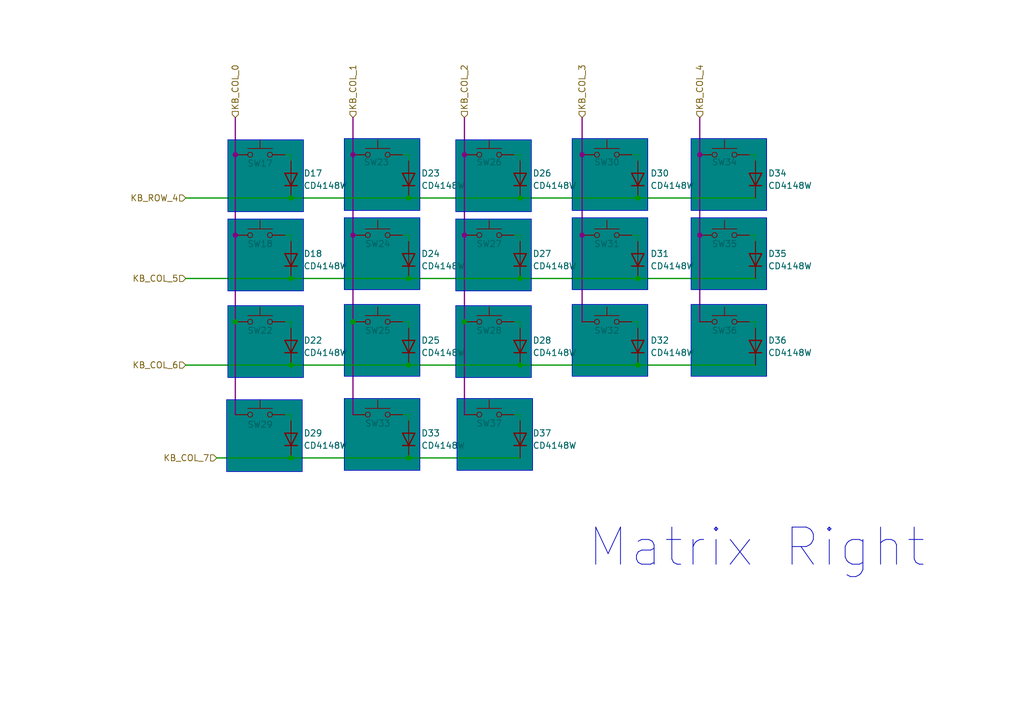
<source format=kicad_sch>
(kicad_sch (version 20231120) (generator "eeschema") (generator_version "8.0")
  (paper "A5")
  (title_block (title "Simple Keyboard") (date "2025-02-09") (rev "0") (company "Daniel Pérez (steewBSD)"))
  (lib_symbols
    (symbol "Diode:CD4148W" (pin_numbers hide) (pin_names hide)
      (property "Reference" "D" (at 0 2.54 0))
      (property "Value" "CD4148W" (at 0 -2.54 0))
      (symbol "CD4148W_0_1"
        (polyline (pts (xy -1.27 1.27) (xy -1.27 -1.27)) (stroke (width 0.254)))
        (polyline (pts (xy 1.27 0) (xy -1.27 0)))
        (polyline (pts (xy 1.27 1.27) (xy 1.27 -1.27) (xy -1.27 0) (xy 1.27 1.27)) (stroke (width 0.254)))
      )
      (symbol "CD4148W_1_1"
        (pin passive line (at -3.81 0 0) (length 2.54) (name "K") (number "1"))
        (pin passive line (at 3.81 0 180) (length 2.54) (name "A") (number "2"))
      )
    )
    (symbol "Switch:SW_Push" (pin_numbers hide) (pin_names (offset 1.016) hide)
      (property "Reference" "SW" (at 1.27 2.54 0))
      (property "Value" "SW_Push" (at 0 -1.524 0))
      (symbol "SW_Push_0_1"
        (circle (center -2.032 0) (radius 0.508))
        (polyline (pts (xy 0 1.27) (xy 0 3.048)))
        (polyline (pts (xy 2.54 1.27) (xy -2.54 1.27)))
        (circle (center 2.032 0) (radius 0.508))
        (pin passive line (at -5.08 0 0) (length 2.54) (name "1") (number "1"))
        (pin passive line (at 5.08 0 180) (length 2.54) (name "2") (number "2"))
      )
    )
  )
  (junction (at 106.68 74.93))
  (junction (at 130.81 40.64))
  (junction (at 130.81 57.15))
  (junction (at 48.26 66.04))
  (junction (at 59.69 40.64))
  (junction (at 72.39 48.26) (color 132 0 132 1))
  (junction (at 59.69 74.93))
  (junction (at 83.82 57.15))
  (junction (at 119.38 31.75) (color 132 0 132 1))
  (junction (at 95.25 66.04))
  (junction (at 72.39 66.04))
  (junction (at 106.68 57.15))
  (junction (at 59.69 57.15))
  (junction (at 72.39 31.75) (color 132 0 132 1))
  (junction (at 48.26 48.26) (color 132 0 132 1))
  (junction (at 83.82 93.98))
  (junction (at 95.25 48.26) (color 132 0 132 1))
  (junction (at 119.38 48.26) (color 132 0 132 1))
  (junction (at 83.82 74.93))
  (junction (at 143.51 48.26) (color 132 0 132 1))
  (junction (at 143.51 31.75) (color 132 0 132 1))
  (junction (at 59.69 93.98))
  (junction (at 83.82 40.64))
  (junction (at 48.26 31.75) (color 132 0 132 1))
  (junction (at 106.68 40.64))
  (junction (at 130.81 74.93))
  (junction (at 95.25 31.75) (color 132 0 132 1))
  (wire (pts (xy 59.69 40.64) (xy 83.82 40.64)) (stroke (width 0.254)))
  (wire (pts (xy 105.41 85.09) (xy 106.68 85.09)))
  (wire (pts (xy 119.38 24.13) (xy 119.38 31.75)) (stroke (width 0.254) (color 132 0 132 1)))
  (wire (pts (xy 129.54 31.75) (xy 130.81 31.75)))
  (wire (pts (xy 153.67 66.04) (xy 154.94 66.04)))
  (wire (pts (xy 106.68 57.15) (xy 130.81 57.15)) (stroke (width 0.254)))
  (wire (pts (xy 119.38 48.26) (xy 119.38 66.04)) (stroke (width 0.254) (color 132 0 132 1)))
  (wire (pts (xy 83.82 85.09) (xy 83.82 86.36)))
  (wire (pts (xy 119.38 31.75) (xy 119.38 48.26)) (stroke (width 0.254) (color 132 0 132 1)))
  (wire (pts (xy 153.67 48.26) (xy 154.94 48.26)))
  (wire (pts (xy 154.94 31.75) (xy 154.94 33.02)))
  (wire (pts (xy 72.39 24.13) (xy 72.39 31.75)) (stroke (width 0.254) (color 132 0 132 1)))
  (wire (pts (xy 83.82 48.26) (xy 83.82 49.53)))
  (wire (pts (xy 129.54 48.26) (xy 130.81 48.26)))
  (wire (pts (xy 82.55 85.09) (xy 83.82 85.09)))
  (wire (pts (xy 106.68 40.64) (xy 130.81 40.64)) (stroke (width 0.254)))
  (wire (pts (xy 130.81 74.93) (xy 154.94 74.93)) (stroke (width 0.254)))
  (wire (pts (xy 130.81 31.75) (xy 130.81 33.02)))
  (wire (pts (xy 106.68 48.26) (xy 106.68 49.53)))
  (wire (pts (xy 72.39 31.75) (xy 72.39 48.26)) (stroke (width 0.254) (color 132 0 132 1)))
  (wire (pts (xy 95.25 66.04) (xy 95.25 85.09)) (stroke (width 0.254) (color 132 0 132 1)))
  (wire (pts (xy 48.26 66.04) (xy 48.26 85.09)) (stroke (width 0.254) (color 132 0 132 1)))
  (wire (pts (xy 59.69 93.98) (xy 83.82 93.98)) (stroke (width 0.254)))
  (wire (pts (xy 59.69 48.26) (xy 59.69 49.53)))
  (wire (pts (xy 95.25 48.26) (xy 95.25 66.04)) (stroke (width 0.254) (color 132 0 132 1)))
  (wire (pts (xy 72.39 48.26) (xy 72.39 66.04)) (stroke (width 0.254) (color 132 0 132 1)))
  (wire (pts (xy 38.1 74.93) (xy 59.69 74.93)) (stroke (width 0.254)))
  (wire (pts (xy 58.42 48.26) (xy 59.69 48.26)))
  (wire (pts (xy 83.82 31.75) (xy 83.82 33.02)))
  (wire (pts (xy 38.1 57.15) (xy 59.69 57.15)) (stroke (width 0.254)))
  (wire (pts (xy 59.69 74.93) (xy 83.82 74.93)) (stroke (width 0.254)))
  (wire (pts (xy 83.82 93.98) (xy 106.68 93.98)) (stroke (width 0.254)))
  (wire (pts (xy 83.82 57.15) (xy 106.68 57.15)) (stroke (width 0.254)))
  (wire (pts (xy 72.39 66.04) (xy 72.39 85.09)) (stroke (width 0.254) (color 132 0 132 1)))
  (wire (pts (xy 82.55 31.75) (xy 83.82 31.75)))
  (wire (pts (xy 130.81 66.04) (xy 130.81 67.31)))
  (wire (pts (xy 130.81 48.26) (xy 130.81 49.53)))
  (wire (pts (xy 106.68 74.93) (xy 130.81 74.93)) (stroke (width 0.254)))
  (wire (pts (xy 58.42 31.75) (xy 59.69 31.75)))
  (wire (pts (xy 83.82 66.04) (xy 83.82 67.31)))
  (wire (pts (xy 48.26 31.75) (xy 48.26 48.26)) (stroke (width 0.254) (color 132 0 132 1)))
  (wire (pts (xy 105.41 48.26) (xy 106.68 48.26)))
  (wire (pts (xy 106.68 31.75) (xy 106.68 33.02)))
  (wire (pts (xy 58.42 66.04) (xy 59.69 66.04)))
  (wire (pts (xy 95.25 31.75) (xy 95.25 48.26)) (stroke (width 0.254) (color 132 0 132 1)))
  (wire (pts (xy 38.1 40.64) (xy 59.69 40.64)) (stroke (width 0.254)))
  (wire (pts (xy 154.94 66.04) (xy 154.94 67.31)))
  (wire (pts (xy 106.68 66.04) (xy 106.68 67.31)))
  (wire (pts (xy 83.82 74.93) (xy 106.68 74.93)) (stroke (width 0.254)))
  (wire (pts (xy 82.55 48.26) (xy 83.82 48.26)))
  (wire (pts (xy 48.26 24.13) (xy 48.26 31.75)) (stroke (width 0.254) (color 132 0 132 1)))
  (wire (pts (xy 95.25 24.13) (xy 95.25 31.75)) (stroke (width 0.254) (color 132 0 132 1)))
  (wire (pts (xy 82.55 66.04) (xy 83.82 66.04)))
  (wire (pts (xy 105.41 31.75) (xy 106.68 31.75)))
  (wire (pts (xy 130.81 40.64) (xy 154.94 40.64)) (stroke (width 0.254)))
  (wire (pts (xy 44.45 93.98) (xy 59.69 93.98)) (stroke (width 0.254)))
  (wire (pts (xy 59.69 31.75) (xy 59.69 33.02)))
  (wire (pts (xy 153.67 31.75) (xy 154.94 31.75)))
  (wire (pts (xy 106.68 85.09) (xy 106.68 86.36)))
  (wire (pts (xy 58.42 85.09) (xy 59.69 85.09)))
  (wire (pts (xy 154.94 48.26) (xy 154.94 49.53)))
  (wire (pts (xy 59.69 57.15) (xy 83.82 57.15)) (stroke (width 0.254)))
  (wire (pts (xy 48.26 48.26) (xy 48.26 66.04)) (stroke (width 0.254) (color 132 0 132 1)))
  (wire (pts (xy 143.51 24.13) (xy 143.51 31.75)) (stroke (width 0.254) (color 132 0 132 1)))
  (wire (pts (xy 130.81 57.15) (xy 154.94 57.15)) (stroke (width 0.254)))
  (wire (pts (xy 129.54 66.04) (xy 130.81 66.04)))
  (wire (pts (xy 105.41 66.04) (xy 106.68 66.04)))
  (wire (pts (xy 59.69 66.04) (xy 59.69 67.31)))
  (wire (pts (xy 143.51 48.26) (xy 143.51 66.04)) (stroke (width 0.254) (color 132 0 132 1)))
  (wire (pts (xy 143.51 31.75) (xy 143.51 48.26)) (stroke (width 0.254) (color 132 0 132 1)))
  (wire (pts (xy 83.82 40.64) (xy 106.68 40.64)) (stroke (width 0.254)))
  (wire (pts (xy 59.69 85.09) (xy 59.69 86.36)))
  (rectangle (start 117.348 62.484) (end 132.842 77.216) (fill (type color) (color 0 132 132 1)))
  (rectangle (start 93.472 44.958) (end 108.966 59.69) (fill (type color) (color 0 132 132 1)))
  (rectangle (start 117.348 28.448) (end 132.842 43.18) (fill (type color) (color 0 132 132 1)))
  (rectangle (start 93.472 62.738) (end 108.966 77.47) (fill (type color) (color 0 132 132 1)))
  (rectangle (start 141.732 62.484) (end 157.226 77.216) (fill (type color) (color 0 132 132 1)))
  (rectangle (start 46.482 82.042) (end 61.976 96.774) (fill (type color) (color 0 132 132 1)))
  (rectangle (start 70.612 44.704) (end 86.106 59.436) (fill (type color) (color 0 132 132 1)))
  (rectangle (start 46.736 62.738) (end 62.23 77.47) (fill (type color) (color 0 132 132 1)))
  (rectangle (start 70.612 62.484) (end 86.106 77.216) (fill (type color) (color 0 132 132 1)))
  (rectangle (start 93.726 81.788) (end 109.22 96.52) (fill (type color) (color 0 132 132 1)))
  (rectangle (start 141.732 44.704) (end 157.226 59.436) (fill (type color) (color 0 132 132 1)))
  (rectangle (start 117.348 44.704) (end 132.842 59.436) (fill (type color) (color 0 132 132 1)))
  (rectangle (start 93.472 28.702) (end 108.966 43.434) (fill (type color) (color 0 132 132 1)))
  (rectangle (start 141.732 28.448) (end 157.226 43.18) (fill (type color) (color 0 132 132 1)))
  (rectangle (start 46.736 28.702) (end 62.23 43.434) (fill (type color) (color 0 132 132 1)))
  (rectangle (start 70.612 81.788) (end 86.106 96.52) (fill (type color) (color 0 132 132 1)))
  (rectangle (start 46.736 44.958) (end 62.23 59.69) (fill (type color) (color 0 132 132 1)))
  (rectangle (start 70.612 28.448) (end 86.106 43.18) (fill (type color) (color 0 132 132 1)))
  (text "Matrix Right" (at 155.194 112.522 0) (effects (font (size 7.62 7.62))))
  (hierarchical_label "KB_COL_7" (shape input) (at 44.45 93.98 180))
  (hierarchical_label "KB_COL_4" (shape input) (at 143.51 24.13 90))
  (hierarchical_label "KB_ROW_4" (shape input) (at 38.1 40.64 180))
  (hierarchical_label "KB_COL_5" (shape input) (at 38.1 57.15 180))
  (hierarchical_label "KB_COL_3" (shape input) (at 119.38 24.13 90))
  (hierarchical_label "KB_COL_6" (shape input) (at 38.1 74.93 180))
  (hierarchical_label "KB_COL_1" (shape input) (at 72.39 24.13 90))
  (hierarchical_label "KB_COL_0" (shape input) (at 48.26 24.13 90))
  (hierarchical_label "KB_COL_2" (shape input) (at 95.25 24.13 90))
  (symbol (lib_id "Switch:SW_Push") (at 53.34 66.04 0) (unit 1)
    (property "Reference" "SW22" (at 53.34 67.818 0))
    (property "Value" "SW_Push" (effects (hide yes)))
    (property "Footprint" "personal:Gateron_Milky_Yellow" (effects (hide yes)))
    (property "Description" "Push button switch, generic, two pins" (effects (hide yes)))
  )
  (symbol (lib_id "Switch:SW_Push") (at 53.34 48.26 0) (unit 1)
    (property "Reference" "SW18" (at 53.34 50.038 0))
    (property "Value" "SW_Push" (effects (hide yes)))
    (property "Footprint" "personal:Gateron_Milky_Yellow" (effects (hide yes)))
    (property "Description" "Push button switch, generic, two pins" (effects (hide yes)))
  )
  (symbol (lib_id "Diode:CD4148W") (at 83.82 71.12 90) (unit 1)
    (property "Reference" "D25" (at 86.36 69.8499 90) (effects (justify right)))
    (property "Value" "CD4148W" (at 86.36 72.3899 90) (effects (justify right)))
    (property "Footprint" "Diode_SMD:D_0805_2012Metric_Pad1.15x1.40mm_HandSolder" (effects (hide yes)))
    (property "Datasheet" "https://www.lcsc.com/datasheet/lcsc_datasheet_1809291616_LIZ-Elec-CD4148WSP_C109001.pdf" (effects (hide yes)))
    (property "Description" "75V 0.15A Switching Diode, 0805" (effects (hide yes)))
    (property "Sim.Device" "D" (effects (hide yes)))
    (property "Sim.Pins" "1=K 2=A" (effects (hide yes)))
    (property "InvenTree" "64" (effects (hide yes)))
  )
  (symbol (lib_id "Switch:SW_Push") (at 124.46 66.04 0) (unit 1)
    (property "Reference" "SW32" (at 124.46 67.818 0))
    (property "Value" "SW_Push" (effects (hide yes)))
    (property "Footprint" "personal:Gateron_Milky_Yellow" (effects (hide yes)))
    (property "Description" "Push button switch, generic, two pins" (effects (hide yes)))
  )
  (symbol (lib_id "Switch:SW_Push") (at 148.59 31.75 0) (unit 1)
    (property "Reference" "SW34" (at 148.59 33.274 0))
    (property "Value" "SW_Push" (effects (hide yes)))
    (property "Footprint" "personal:Gateron_Milky_Yellow" (effects (hide yes)))
    (property "Description" "Push button switch, generic, two pins" (effects (hide yes)))
  )
  (symbol (lib_id "Diode:CD4148W") (at 130.81 71.12 90) (unit 1)
    (property "Reference" "D32" (at 133.35 69.8499 90) (effects (justify right)))
    (property "Value" "CD4148W" (at 133.35 72.3899 90) (effects (justify right)))
    (property "Footprint" "Diode_SMD:D_0805_2012Metric_Pad1.15x1.40mm_HandSolder" (effects (hide yes)))
    (property "Datasheet" "https://www.lcsc.com/datasheet/lcsc_datasheet_1809291616_LIZ-Elec-CD4148WSP_C109001.pdf" (effects (hide yes)))
    (property "Description" "75V 0.15A Switching Diode, 0805" (effects (hide yes)))
    (property "Sim.Device" "D" (effects (hide yes)))
    (property "Sim.Pins" "1=K 2=A" (effects (hide yes)))
    (property "InvenTree" "64" (effects (hide yes)))
  )
  (symbol (lib_id "Diode:CD4148W") (at 83.82 53.34 90) (unit 1)
    (property "Reference" "D24" (at 86.36 52.0699 90) (effects (justify right)))
    (property "Value" "CD4148W" (at 86.36 54.6099 90) (effects (justify right)))
    (property "Footprint" "Diode_SMD:D_0805_2012Metric_Pad1.15x1.40mm_HandSolder" (effects (hide yes)))
    (property "Datasheet" "https://www.lcsc.com/datasheet/lcsc_datasheet_1809291616_LIZ-Elec-CD4148WSP_C109001.pdf" (effects (hide yes)))
    (property "Description" "75V 0.15A Switching Diode, 0805" (effects (hide yes)))
    (property "Sim.Device" "D" (effects (hide yes)))
    (property "Sim.Pins" "1=K 2=A" (effects (hide yes)))
    (property "InvenTree" "64" (effects (hide yes)))
  )
  (symbol (lib_id "Diode:CD4148W") (at 154.94 53.34 90) (unit 1)
    (property "Reference" "D35" (at 157.48 52.0699 90) (effects (justify right)))
    (property "Value" "CD4148W" (at 157.48 54.6099 90) (effects (justify right)))
    (property "Footprint" "Diode_SMD:D_0805_2012Metric_Pad1.15x1.40mm_HandSolder" (effects (hide yes)))
    (property "Datasheet" "https://www.lcsc.com/datasheet/lcsc_datasheet_1809291616_LIZ-Elec-CD4148WSP_C109001.pdf" (effects (hide yes)))
    (property "Description" "75V 0.15A Switching Diode, 0805" (effects (hide yes)))
    (property "Sim.Device" "D" (effects (hide yes)))
    (property "Sim.Pins" "1=K 2=A" (effects (hide yes)))
    (property "InvenTree" "64" (effects (hide yes)))
  )
  (symbol (lib_id "Switch:SW_Push") (at 100.33 66.04 0) (unit 1)
    (property "Reference" "SW28" (at 100.33 67.818 0))
    (property "Value" "SW_Push" (effects (hide yes)))
    (property "Footprint" "personal:Gateron_Milky_Yellow" (effects (hide yes)))
    (property "Description" "Push button switch, generic, two pins" (effects (hide yes)))
  )
  (symbol (lib_id "Diode:CD4148W") (at 106.68 53.34 90) (unit 1)
    (property "Reference" "D27" (at 109.22 52.0699 90) (effects (justify right)))
    (property "Value" "CD4148W" (at 109.22 54.6099 90) (effects (justify right)))
    (property "Footprint" "Diode_SMD:D_0805_2012Metric_Pad1.15x1.40mm_HandSolder" (effects (hide yes)))
    (property "Datasheet" "https://www.lcsc.com/datasheet/lcsc_datasheet_1809291616_LIZ-Elec-CD4148WSP_C109001.pdf" (effects (hide yes)))
    (property "Description" "75V 0.15A Switching Diode, 0805" (effects (hide yes)))
    (property "Sim.Device" "D" (effects (hide yes)))
    (property "Sim.Pins" "1=K 2=A" (effects (hide yes)))
    (property "InvenTree" "64" (effects (hide yes)))
  )
  (symbol (lib_id "Diode:CD4148W") (at 106.68 71.12 90) (unit 1)
    (property "Reference" "D28" (at 109.22 69.8499 90) (effects (justify right)))
    (property "Value" "CD4148W" (at 109.22 72.3899 90) (effects (justify right)))
    (property "Footprint" "Diode_SMD:D_0805_2012Metric_Pad1.15x1.40mm_HandSolder" (effects (hide yes)))
    (property "Datasheet" "https://www.lcsc.com/datasheet/lcsc_datasheet_1809291616_LIZ-Elec-CD4148WSP_C109001.pdf" (effects (hide yes)))
    (property "Description" "75V 0.15A Switching Diode, 0805" (effects (hide yes)))
    (property "Sim.Device" "D" (effects (hide yes)))
    (property "Sim.Pins" "1=K 2=A" (effects (hide yes)))
    (property "InvenTree" "64" (effects (hide yes)))
  )
  (symbol (lib_id "Switch:SW_Push") (at 77.47 48.26 0) (unit 1)
    (property "Reference" "SW24" (at 77.47 50.038 0))
    (property "Value" "SW_Push" (effects (hide yes)))
    (property "Footprint" "personal:Gateron_Milky_Yellow" (effects (hide yes)))
    (property "Description" "Push button switch, generic, two pins" (effects (hide yes)))
  )
  (symbol (lib_id "Diode:CD4148W") (at 106.68 90.17 90) (unit 1)
    (property "Reference" "D37" (at 109.22 88.8999 90) (effects (justify right)))
    (property "Value" "CD4148W" (at 109.22 91.4399 90) (effects (justify right)))
    (property "Footprint" "Diode_SMD:D_0805_2012Metric_Pad1.15x1.40mm_HandSolder" (effects (hide yes)))
    (property "Datasheet" "https://www.lcsc.com/datasheet/lcsc_datasheet_1809291616_LIZ-Elec-CD4148WSP_C109001.pdf" (effects (hide yes)))
    (property "Description" "75V 0.15A Switching Diode, 0805" (effects (hide yes)))
    (property "Sim.Device" "D" (effects (hide yes)))
    (property "Sim.Pins" "1=K 2=A" (effects (hide yes)))
    (property "InvenTree" "64" (effects (hide yes)))
  )
  (symbol (lib_id "Diode:CD4148W") (at 154.94 36.83 90) (unit 1)
    (property "Reference" "D34" (at 157.48 35.5599 90) (effects (justify right)))
    (property "Value" "CD4148W" (at 157.48 38.0999 90) (effects (justify right)))
    (property "Footprint" "Diode_SMD:D_0805_2012Metric_Pad1.15x1.40mm_HandSolder" (effects (hide yes)))
    (property "Datasheet" "https://www.lcsc.com/datasheet/lcsc_datasheet_1809291616_LIZ-Elec-CD4148WSP_C109001.pdf" (effects (hide yes)))
    (property "Description" "75V 0.15A Switching Diode, 0805" (effects (hide yes)))
    (property "Sim.Device" "D" (effects (hide yes)))
    (property "Sim.Pins" "1=K 2=A" (effects (hide yes)))
    (property "InvenTree" "64" (effects (hide yes)))
  )
  (symbol (lib_id "Diode:CD4148W") (at 130.81 53.34 90) (unit 1)
    (property "Reference" "D31" (at 133.35 52.0699 90) (effects (justify right)))
    (property "Value" "CD4148W" (at 133.35 54.6099 90) (effects (justify right)))
    (property "Footprint" "Diode_SMD:D_0805_2012Metric_Pad1.15x1.40mm_HandSolder" (effects (hide yes)))
    (property "Datasheet" "https://www.lcsc.com/datasheet/lcsc_datasheet_1809291616_LIZ-Elec-CD4148WSP_C109001.pdf" (effects (hide yes)))
    (property "Description" "75V 0.15A Switching Diode, 0805" (effects (hide yes)))
    (property "Sim.Device" "D" (effects (hide yes)))
    (property "Sim.Pins" "1=K 2=A" (effects (hide yes)))
    (property "InvenTree" "64" (effects (hide yes)))
  )
  (symbol (lib_id "Diode:CD4148W") (at 59.69 36.83 90) (unit 1)
    (property "Reference" "D17" (at 62.23 35.5599 90) (effects (justify right)))
    (property "Value" "CD4148W" (at 62.23 38.0999 90) (effects (justify right)))
    (property "Footprint" "Diode_SMD:D_0805_2012Metric_Pad1.15x1.40mm_HandSolder" (effects (hide yes)))
    (property "Datasheet" "https://www.lcsc.com/datasheet/lcsc_datasheet_1809291616_LIZ-Elec-CD4148WSP_C109001.pdf" (effects (hide yes)))
    (property "Description" "75V 0.15A Switching Diode, 0805" (effects (hide yes)))
    (property "Sim.Device" "D" (effects (hide yes)))
    (property "Sim.Pins" "1=K 2=A" (effects (hide yes)))
    (property "InvenTree" "64" (effects (hide yes)))
  )
  (symbol (lib_id "Switch:SW_Push") (at 53.34 85.09 0) (unit 1)
    (property "Reference" "SW29" (at 53.34 87.122 0))
    (property "Value" "SW_Push" (effects (hide yes)))
    (property "Footprint" "personal:Gateron_Milky_Yellow" (effects (hide yes)))
    (property "Description" "Push button switch, generic, two pins" (effects (hide yes)))
  )
  (symbol (lib_id "Switch:SW_Push") (at 148.59 66.04 0) (unit 1)
    (property "Reference" "SW36" (at 148.59 67.818 0))
    (property "Value" "SW_Push" (effects (hide yes)))
    (property "Footprint" "personal:Gateron_Milky_Yellow" (effects (hide yes)))
    (property "Description" "Push button switch, generic, two pins" (effects (hide yes)))
  )
  (symbol (lib_id "Diode:CD4148W") (at 59.69 71.12 90) (unit 1)
    (property "Reference" "D22" (at 62.23 69.8499 90) (effects (justify right)))
    (property "Value" "CD4148W" (at 62.23 72.3899 90) (effects (justify right)))
    (property "Footprint" "Diode_SMD:D_0805_2012Metric_Pad1.15x1.40mm_HandSolder" (effects (hide yes)))
    (property "Datasheet" "https://www.lcsc.com/datasheet/lcsc_datasheet_1809291616_LIZ-Elec-CD4148WSP_C109001.pdf" (effects (hide yes)))
    (property "Description" "75V 0.15A Switching Diode, 0805" (effects (hide yes)))
    (property "Sim.Device" "D" (effects (hide yes)))
    (property "Sim.Pins" "1=K 2=A" (effects (hide yes)))
    (property "InvenTree" "64" (effects (hide yes)))
  )
  (symbol (lib_id "Switch:SW_Push") (at 148.59 48.26 0) (unit 1)
    (property "Reference" "SW35" (at 148.59 50.038 0))
    (property "Value" "SW_Push" (effects (hide yes)))
    (property "Footprint" "personal:Gateron_Milky_Yellow" (effects (hide yes)))
    (property "Description" "Push button switch, generic, two pins" (effects (hide yes)))
  )
  (symbol (lib_id "Diode:CD4148W") (at 59.69 90.17 90) (unit 1)
    (property "Reference" "D29" (at 62.23 88.8999 90) (effects (justify right)))
    (property "Value" "CD4148W" (at 62.23 91.4399 90) (effects (justify right)))
    (property "Footprint" "Diode_SMD:D_0805_2012Metric_Pad1.15x1.40mm_HandSolder" (effects (hide yes)))
    (property "Datasheet" "https://www.lcsc.com/datasheet/lcsc_datasheet_1809291616_LIZ-Elec-CD4148WSP_C109001.pdf" (effects (hide yes)))
    (property "Description" "75V 0.15A Switching Diode, 0805" (effects (hide yes)))
    (property "Sim.Device" "D" (effects (hide yes)))
    (property "Sim.Pins" "1=K 2=A" (effects (hide yes)))
    (property "InvenTree" "64" (effects (hide yes)))
  )
  (symbol (lib_id "Diode:CD4148W") (at 83.82 90.17 90) (unit 1)
    (property "Reference" "D33" (at 86.36 88.8999 90) (effects (justify right)))
    (property "Value" "CD4148W" (at 86.36 91.4399 90) (effects (justify right)))
    (property "Footprint" "Diode_SMD:D_0805_2012Metric_Pad1.15x1.40mm_HandSolder" (effects (hide yes)))
    (property "Datasheet" "https://www.lcsc.com/datasheet/lcsc_datasheet_1809291616_LIZ-Elec-CD4148WSP_C109001.pdf" (effects (hide yes)))
    (property "Description" "75V 0.15A Switching Diode, 0805" (effects (hide yes)))
    (property "Sim.Device" "D" (effects (hide yes)))
    (property "Sim.Pins" "1=K 2=A" (effects (hide yes)))
    (property "InvenTree" "64" (effects (hide yes)))
  )
  (symbol (lib_id "Switch:SW_Push") (at 124.46 48.26 0) (unit 1)
    (property "Reference" "SW31" (at 124.46 50.038 0))
    (property "Value" "SW_Push" (effects (hide yes)))
    (property "Footprint" "personal:Gateron_Milky_Yellow" (effects (hide yes)))
    (property "Description" "Push button switch, generic, two pins" (effects (hide yes)))
  )
  (symbol (lib_id "Switch:SW_Push") (at 100.33 85.09 0) (unit 1)
    (property "Reference" "SW37" (at 100.33 86.868 0))
    (property "Value" "SW_Push" (effects (hide yes)))
    (property "Footprint" "personal:Gateron_Milky_Yellow" (effects (hide yes)))
    (property "Description" "Push button switch, generic, two pins" (effects (hide yes)))
  )
  (symbol (lib_id "Diode:CD4148W") (at 83.82 36.83 90) (unit 1)
    (property "Reference" "D23" (at 86.36 35.5599 90) (effects (justify right)))
    (property "Value" "CD4148W" (at 86.36 38.0999 90) (effects (justify right)))
    (property "Footprint" "Diode_SMD:D_0805_2012Metric_Pad1.15x1.40mm_HandSolder" (effects (hide yes)))
    (property "Datasheet" "https://www.lcsc.com/datasheet/lcsc_datasheet_1809291616_LIZ-Elec-CD4148WSP_C109001.pdf" (effects (hide yes)))
    (property "Description" "75V 0.15A Switching Diode, 0805" (effects (hide yes)))
    (property "Sim.Device" "D" (effects (hide yes)))
    (property "Sim.Pins" "1=K 2=A" (effects (hide yes)))
    (property "InvenTree" "64" (effects (hide yes)))
  )
  (symbol (lib_id "Diode:CD4148W") (at 106.68 36.83 90) (unit 1)
    (property "Reference" "D26" (at 109.22 35.5599 90) (effects (justify right)))
    (property "Value" "CD4148W" (at 109.22 38.0999 90) (effects (justify right)))
    (property "Footprint" "Diode_SMD:D_0805_2012Metric_Pad1.15x1.40mm_HandSolder" (effects (hide yes)))
    (property "Datasheet" "https://www.lcsc.com/datasheet/lcsc_datasheet_1809291616_LIZ-Elec-CD4148WSP_C109001.pdf" (effects (hide yes)))
    (property "Description" "75V 0.15A Switching Diode, 0805" (effects (hide yes)))
    (property "Sim.Device" "D" (effects (hide yes)))
    (property "Sim.Pins" "1=K 2=A" (effects (hide yes)))
    (property "InvenTree" "64" (effects (hide yes)))
  )
  (symbol (lib_id "Switch:SW_Push") (at 124.46 31.75 0) (unit 1)
    (property "Reference" "SW30" (at 124.46 33.274 0))
    (property "Value" "SW_Push" (effects (hide yes)))
    (property "Footprint" "personal:Gateron_Milky_Yellow" (effects (hide yes)))
    (property "Description" "Push button switch, generic, two pins" (effects (hide yes)))
  )
  (symbol (lib_id "Switch:SW_Push") (at 53.34 31.75 0) (unit 1)
    (property "Reference" "SW17" (at 53.34 33.528 0))
    (property "Value" "SW_Push" (effects (hide yes)))
    (property "Footprint" "personal:Gateron_Milky_Yellow" (effects (hide yes)))
    (property "Description" "Push button switch, generic, two pins" (effects (hide yes)))
  )
  (symbol (lib_id "Switch:SW_Push") (at 100.33 48.26 0) (unit 1)
    (property "Reference" "SW27" (at 100.33 50.038 0))
    (property "Value" "SW_Push" (effects (hide yes)))
    (property "Footprint" "personal:Gateron_Milky_Yellow" (effects (hide yes)))
    (property "Description" "Push button switch, generic, two pins" (effects (hide yes)))
  )
  (symbol (lib_id "Switch:SW_Push") (at 100.33 31.75 0) (unit 1)
    (property "Reference" "SW26" (at 100.33 33.274 0))
    (property "Value" "SW_Push" (effects (hide yes)))
    (property "Footprint" "personal:Gateron_Milky_Yellow" (effects (hide yes)))
    (property "Description" "Push button switch, generic, two pins" (effects (hide yes)))
  )
  (symbol (lib_id "Diode:CD4148W") (at 59.69 53.34 90) (unit 1)
    (property "Reference" "D18" (at 62.23 52.0699 90) (effects (justify right)))
    (property "Value" "CD4148W" (at 62.23 54.6099 90) (effects (justify right)))
    (property "Footprint" "Diode_SMD:D_0805_2012Metric_Pad1.15x1.40mm_HandSolder" (effects (hide yes)))
    (property "Datasheet" "https://www.lcsc.com/datasheet/lcsc_datasheet_1809291616_LIZ-Elec-CD4148WSP_C109001.pdf" (effects (hide yes)))
    (property "Description" "75V 0.15A Switching Diode, 0805" (effects (hide yes)))
    (property "Sim.Device" "D" (effects (hide yes)))
    (property "Sim.Pins" "1=K 2=A" (effects (hide yes)))
    (property "InvenTree" "64" (effects (hide yes)))
  )
  (symbol (lib_id "Switch:SW_Push") (at 77.47 66.04 0) (unit 1)
    (property "Reference" "SW25" (at 77.47 67.818 0))
    (property "Value" "SW_Push" (effects (hide yes)))
    (property "Footprint" "personal:Gateron_Milky_Yellow" (effects (hide yes)))
    (property "Description" "Push button switch, generic, two pins" (effects (hide yes)))
  )
  (symbol (lib_id "Diode:CD4148W") (at 130.81 36.83 90) (unit 1)
    (property "Reference" "D30" (at 133.35 35.5599 90) (effects (justify right)))
    (property "Value" "CD4148W" (at 133.35 38.0999 90) (effects (justify right)))
    (property "Footprint" "Diode_SMD:D_0805_2012Metric_Pad1.15x1.40mm_HandSolder" (effects (hide yes)))
    (property "Datasheet" "https://www.lcsc.com/datasheet/lcsc_datasheet_1809291616_LIZ-Elec-CD4148WSP_C109001.pdf" (effects (hide yes)))
    (property "Description" "75V 0.15A Switching Diode, 0805" (effects (hide yes)))
    (property "Sim.Device" "D" (effects (hide yes)))
    (property "Sim.Pins" "1=K 2=A" (effects (hide yes)))
    (property "InvenTree" "64" (effects (hide yes)))
  )
  (symbol (lib_id "Switch:SW_Push") (at 77.47 85.09 0) (unit 1)
    (property "Reference" "SW33" (at 77.47 86.868 0))
    (property "Value" "SW_Push" (effects (hide yes)))
    (property "Footprint" "personal:Gateron_Milky_Yellow" (effects (hide yes)))
    (property "Description" "Push button switch, generic, two pins" (effects (hide yes)))
  )
  (symbol (lib_id "Diode:CD4148W") (at 154.94 71.12 90) (unit 1)
    (property "Reference" "D36" (at 157.48 69.8499 90) (effects (justify right)))
    (property "Value" "CD4148W" (at 157.48 72.3899 90) (effects (justify right)))
    (property "Footprint" "Diode_SMD:D_0805_2012Metric_Pad1.15x1.40mm_HandSolder" (effects (hide yes)))
    (property "Datasheet" "https://www.lcsc.com/datasheet/lcsc_datasheet_1809291616_LIZ-Elec-CD4148WSP_C109001.pdf" (effects (hide yes)))
    (property "Description" "75V 0.15A Switching Diode, 0805" (effects (hide yes)))
    (property "Sim.Device" "D" (effects (hide yes)))
    (property "Sim.Pins" "1=K 2=A" (effects (hide yes)))
    (property "InvenTree" "64" (effects (hide yes)))
  )
  (symbol (lib_id "Switch:SW_Push") (at 77.47 31.75 0) (unit 1)
    (property "Reference" "SW23" (at 77.216 33.274 0))
    (property "Value" "SW_Push" (effects (hide yes)))
    (property "Footprint" "personal:Gateron_Milky_Yellow" (effects (hide yes)))
    (property "Description" "Push button switch, generic, two pins" (effects (hide yes)))
  )
)
</source>
